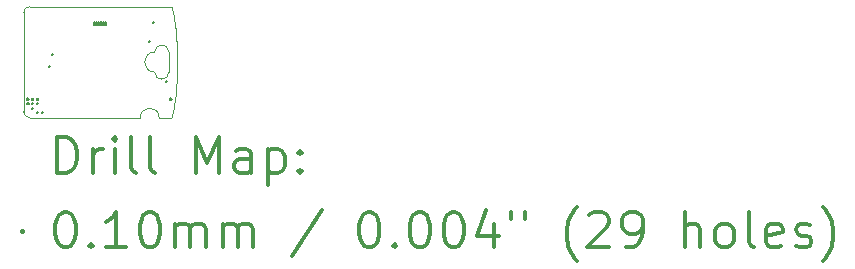
<source format=gbr>
%FSLAX45Y45*%
G04 Gerber Fmt 4.5, Leading zero omitted, Abs format (unit mm)*
G04 Created by KiCad (PCBNEW (5.0.1)-3) date 04/09/19 12:41:31*
%MOMM*%
%LPD*%
G01*
G04 APERTURE LIST*
%ADD10C,0.010000*%
%ADD11C,0.050000*%
%ADD12C,0.200000*%
%ADD13C,0.300000*%
G04 APERTURE END LIST*
D10*
X2932500Y-2265000D02*
G75*
G02X2812500Y-2265000I-60000J0D01*
G01*
X2932500Y-2095000D02*
G75*
G03X2812500Y-2095000I-60000J0D01*
G01*
X2812500Y-2095000D02*
G75*
G03X2812500Y-2265000I0J-85000D01*
G01*
D11*
X2850000Y-2650000D02*
G75*
G03X2690000Y-2650000I-80000J0D01*
G01*
X2850000Y-2650000D02*
X2952500Y-2650000D01*
D10*
X2932500Y-2095000D02*
X2932500Y-2265000D01*
D11*
X1752500Y-1710000D02*
G75*
G03X1702500Y-1760000I0J-50000D01*
G01*
X1702500Y-2600000D02*
G75*
G03X1752500Y-2650000I50000J0D01*
G01*
X1702500Y-1760000D02*
X1702500Y-2600000D01*
X2952500Y-1710000D02*
X1752500Y-1710000D01*
X1752500Y-2650000D02*
X2690000Y-2650000D01*
X3002500Y-2180000D02*
X3002500Y-2167000D01*
X3002500Y-2167000D02*
X3002500Y-2153000D01*
X3002500Y-2153000D02*
X3002500Y-2140000D01*
X3002500Y-2140000D02*
X3002500Y-2126000D01*
X3002500Y-2126000D02*
X3001500Y-2113000D01*
X3001500Y-2113000D02*
X3001500Y-2099000D01*
X3001500Y-2099000D02*
X3001500Y-2086000D01*
X3001500Y-2086000D02*
X3000500Y-2073000D01*
X3000500Y-2073000D02*
X3000500Y-2059000D01*
X3000500Y-2059000D02*
X2999500Y-2046000D01*
X2999500Y-2046000D02*
X2998500Y-2033000D01*
X2998500Y-2033000D02*
X2998500Y-2020000D01*
X2998500Y-2020000D02*
X2997500Y-2007000D01*
X2997500Y-2007000D02*
X2996500Y-1995000D01*
X2996500Y-1995000D02*
X2995500Y-1982000D01*
X2995500Y-1982000D02*
X2994500Y-1970000D01*
X2994500Y-1970000D02*
X2993500Y-1957000D01*
X2993500Y-1957000D02*
X2992500Y-1945000D01*
X2992500Y-1945000D02*
X2991500Y-1933000D01*
X2991500Y-1933000D02*
X2990500Y-1921000D01*
X2990500Y-1921000D02*
X2989500Y-1909000D01*
X2989500Y-1909000D02*
X2988500Y-1897000D01*
X2988500Y-1897000D02*
X2986500Y-1886000D01*
X2986500Y-1886000D02*
X2985500Y-1874000D01*
X2985500Y-1874000D02*
X2984500Y-1863000D01*
X2984500Y-1863000D02*
X2982500Y-1852000D01*
X2982500Y-1852000D02*
X2981500Y-1842000D01*
X2981500Y-1842000D02*
X2979500Y-1831000D01*
X2979500Y-1831000D02*
X2978500Y-1821000D01*
X2978500Y-1821000D02*
X2976500Y-1811000D01*
X2976500Y-1811000D02*
X2974500Y-1801000D01*
X2974500Y-1801000D02*
X2973500Y-1791000D01*
X2973500Y-1791000D02*
X2971500Y-1782000D01*
X2971500Y-1782000D02*
X2969500Y-1772000D01*
X2969500Y-1772000D02*
X2967500Y-1764000D01*
X2967500Y-1764000D02*
X2965500Y-1755000D01*
X2965500Y-1755000D02*
X2964500Y-1746000D01*
X2964500Y-1746000D02*
X2962500Y-1738000D01*
X2962500Y-1738000D02*
X2960500Y-1730000D01*
X2960500Y-1730000D02*
X2958500Y-1723000D01*
X2958500Y-1723000D02*
X2955500Y-1715000D01*
X2955500Y-1715000D02*
X2952500Y-1710000D01*
X2952500Y-2650000D02*
X2955500Y-2645000D01*
X2955500Y-2645000D02*
X2958500Y-2637000D01*
X2958500Y-2637000D02*
X2960500Y-2630000D01*
X2960500Y-2630000D02*
X2962500Y-2622000D01*
X2962500Y-2622000D02*
X2964500Y-2614000D01*
X2964500Y-2614000D02*
X2965500Y-2605000D01*
X2965500Y-2605000D02*
X2967500Y-2596000D01*
X2967500Y-2596000D02*
X2969500Y-2588000D01*
X2969500Y-2588000D02*
X2971500Y-2578000D01*
X2971500Y-2578000D02*
X2973500Y-2569000D01*
X2973500Y-2569000D02*
X2974500Y-2559000D01*
X2974500Y-2559000D02*
X2976500Y-2549000D01*
X2976500Y-2549000D02*
X2978500Y-2539000D01*
X2978500Y-2539000D02*
X2979500Y-2529000D01*
X2979500Y-2529000D02*
X2981500Y-2518000D01*
X2981500Y-2518000D02*
X2982500Y-2508000D01*
X2982500Y-2508000D02*
X2984500Y-2497000D01*
X2984500Y-2497000D02*
X2985500Y-2486000D01*
X2985500Y-2486000D02*
X2986500Y-2474000D01*
X2986500Y-2474000D02*
X2988500Y-2463000D01*
X2988500Y-2463000D02*
X2989500Y-2451000D01*
X2989500Y-2451000D02*
X2990500Y-2439000D01*
X2990500Y-2439000D02*
X2991500Y-2427000D01*
X2991500Y-2427000D02*
X2992500Y-2415000D01*
X2992500Y-2415000D02*
X2993500Y-2403000D01*
X2993500Y-2403000D02*
X2994500Y-2390000D01*
X2994500Y-2390000D02*
X2995500Y-2378000D01*
X2995500Y-2378000D02*
X2996500Y-2365000D01*
X2996500Y-2365000D02*
X2997500Y-2353000D01*
X2997500Y-2353000D02*
X2998500Y-2340000D01*
X2998500Y-2340000D02*
X2998500Y-2327000D01*
X2998500Y-2327000D02*
X2999500Y-2314000D01*
X2999500Y-2314000D02*
X3000500Y-2301000D01*
X3000500Y-2301000D02*
X3000500Y-2287000D01*
X3000500Y-2287000D02*
X3001500Y-2274000D01*
X3001500Y-2274000D02*
X3001500Y-2261000D01*
X3001500Y-2261000D02*
X3001500Y-2247000D01*
X3001500Y-2247000D02*
X3002500Y-2234000D01*
X3002500Y-2234000D02*
X3002500Y-2220000D01*
X3002500Y-2220000D02*
X3002500Y-2207000D01*
X3002500Y-2207000D02*
X3002500Y-2193000D01*
X3002500Y-2193000D02*
X3002500Y-2180000D01*
D12*
X1735000Y-2487500D02*
X1745000Y-2497500D01*
X1745000Y-2487500D02*
X1735000Y-2497500D01*
X1735000Y-2527500D02*
X1745000Y-2537500D01*
X1745000Y-2527500D02*
X1735000Y-2537500D01*
X1775000Y-2487500D02*
X1785000Y-2497500D01*
X1785000Y-2487500D02*
X1775000Y-2497500D01*
X1775000Y-2527500D02*
X1785000Y-2537500D01*
X1785000Y-2527500D02*
X1775000Y-2537500D01*
X1775000Y-2567500D02*
X1785000Y-2577500D01*
X1785000Y-2567500D02*
X1775000Y-2577500D01*
X1815000Y-2487500D02*
X1825000Y-2497500D01*
X1825000Y-2487500D02*
X1815000Y-2497500D01*
X1815000Y-2527500D02*
X1825000Y-2537500D01*
X1825000Y-2527500D02*
X1815000Y-2537500D01*
X1815000Y-2602500D02*
X1825000Y-2612500D01*
X1825000Y-2602500D02*
X1815000Y-2612500D01*
X1855000Y-2602500D02*
X1865000Y-2612500D01*
X1865000Y-2602500D02*
X1855000Y-2612500D01*
X1915000Y-2210000D02*
X1925000Y-2220000D01*
X1925000Y-2210000D02*
X1915000Y-2220000D01*
X1942500Y-2112500D02*
X1952500Y-2122500D01*
X1952500Y-2112500D02*
X1942500Y-2122500D01*
X2300000Y-1837500D02*
X2310000Y-1847500D01*
X2310000Y-1837500D02*
X2300000Y-1847500D01*
X2300000Y-1852500D02*
X2310000Y-1862500D01*
X2310000Y-1852500D02*
X2300000Y-1862500D01*
X2315000Y-1837500D02*
X2325000Y-1847500D01*
X2325000Y-1837500D02*
X2315000Y-1847500D01*
X2315000Y-1852500D02*
X2325000Y-1862500D01*
X2325000Y-1852500D02*
X2315000Y-1862500D01*
X2330000Y-1837500D02*
X2340000Y-1847500D01*
X2340000Y-1837500D02*
X2330000Y-1847500D01*
X2330000Y-1852500D02*
X2340000Y-1862500D01*
X2340000Y-1852500D02*
X2330000Y-1862500D01*
X2345000Y-1837500D02*
X2355000Y-1847500D01*
X2355000Y-1837500D02*
X2345000Y-1847500D01*
X2345000Y-1852500D02*
X2355000Y-1862500D01*
X2355000Y-1852500D02*
X2345000Y-1862500D01*
X2360000Y-1837500D02*
X2370000Y-1847500D01*
X2370000Y-1837500D02*
X2360000Y-1847500D01*
X2360000Y-1852500D02*
X2370000Y-1862500D01*
X2370000Y-1852500D02*
X2360000Y-1862500D01*
X2375000Y-1837500D02*
X2385000Y-1847500D01*
X2385000Y-1837500D02*
X2375000Y-1847500D01*
X2375000Y-1852500D02*
X2385000Y-1862500D01*
X2385000Y-1852500D02*
X2375000Y-1862500D01*
X2390000Y-1837500D02*
X2400000Y-1847500D01*
X2400000Y-1837500D02*
X2390000Y-1847500D01*
X2390000Y-1852500D02*
X2400000Y-1862500D01*
X2400000Y-1852500D02*
X2390000Y-1862500D01*
X2765000Y-2002500D02*
X2775000Y-2012500D01*
X2775000Y-2002500D02*
X2765000Y-2012500D01*
X2800000Y-1840000D02*
X2810000Y-1850000D01*
X2810000Y-1840000D02*
X2800000Y-1850000D01*
X2910000Y-2342500D02*
X2920000Y-2352500D01*
X2920000Y-2342500D02*
X2910000Y-2352500D01*
X2945000Y-2487500D02*
X2955000Y-2497500D01*
X2955000Y-2487500D02*
X2945000Y-2497500D01*
D13*
X1986428Y-3118214D02*
X1986428Y-2818214D01*
X2057857Y-2818214D01*
X2100714Y-2832500D01*
X2129286Y-2861071D01*
X2143571Y-2889643D01*
X2157857Y-2946786D01*
X2157857Y-2989643D01*
X2143571Y-3046786D01*
X2129286Y-3075357D01*
X2100714Y-3103929D01*
X2057857Y-3118214D01*
X1986428Y-3118214D01*
X2286428Y-3118214D02*
X2286428Y-2918214D01*
X2286428Y-2975357D02*
X2300714Y-2946786D01*
X2315000Y-2932500D01*
X2343571Y-2918214D01*
X2372143Y-2918214D01*
X2472143Y-3118214D02*
X2472143Y-2918214D01*
X2472143Y-2818214D02*
X2457857Y-2832500D01*
X2472143Y-2846786D01*
X2486428Y-2832500D01*
X2472143Y-2818214D01*
X2472143Y-2846786D01*
X2657857Y-3118214D02*
X2629286Y-3103929D01*
X2615000Y-3075357D01*
X2615000Y-2818214D01*
X2815000Y-3118214D02*
X2786428Y-3103929D01*
X2772143Y-3075357D01*
X2772143Y-2818214D01*
X3157857Y-3118214D02*
X3157857Y-2818214D01*
X3257857Y-3032500D01*
X3357857Y-2818214D01*
X3357857Y-3118214D01*
X3629286Y-3118214D02*
X3629286Y-2961071D01*
X3615000Y-2932500D01*
X3586428Y-2918214D01*
X3529286Y-2918214D01*
X3500714Y-2932500D01*
X3629286Y-3103929D02*
X3600714Y-3118214D01*
X3529286Y-3118214D01*
X3500714Y-3103929D01*
X3486428Y-3075357D01*
X3486428Y-3046786D01*
X3500714Y-3018214D01*
X3529286Y-3003929D01*
X3600714Y-3003929D01*
X3629286Y-2989643D01*
X3772143Y-2918214D02*
X3772143Y-3218214D01*
X3772143Y-2932500D02*
X3800714Y-2918214D01*
X3857857Y-2918214D01*
X3886428Y-2932500D01*
X3900714Y-2946786D01*
X3915000Y-2975357D01*
X3915000Y-3061071D01*
X3900714Y-3089643D01*
X3886428Y-3103929D01*
X3857857Y-3118214D01*
X3800714Y-3118214D01*
X3772143Y-3103929D01*
X4043571Y-3089643D02*
X4057857Y-3103929D01*
X4043571Y-3118214D01*
X4029286Y-3103929D01*
X4043571Y-3089643D01*
X4043571Y-3118214D01*
X4043571Y-2932500D02*
X4057857Y-2946786D01*
X4043571Y-2961071D01*
X4029286Y-2946786D01*
X4043571Y-2932500D01*
X4043571Y-2961071D01*
X1690000Y-3607500D02*
X1700000Y-3617500D01*
X1700000Y-3607500D02*
X1690000Y-3617500D01*
X2043571Y-3448214D02*
X2072143Y-3448214D01*
X2100714Y-3462500D01*
X2115000Y-3476786D01*
X2129286Y-3505357D01*
X2143571Y-3562500D01*
X2143571Y-3633929D01*
X2129286Y-3691071D01*
X2115000Y-3719643D01*
X2100714Y-3733929D01*
X2072143Y-3748214D01*
X2043571Y-3748214D01*
X2015000Y-3733929D01*
X2000714Y-3719643D01*
X1986428Y-3691071D01*
X1972143Y-3633929D01*
X1972143Y-3562500D01*
X1986428Y-3505357D01*
X2000714Y-3476786D01*
X2015000Y-3462500D01*
X2043571Y-3448214D01*
X2272143Y-3719643D02*
X2286428Y-3733929D01*
X2272143Y-3748214D01*
X2257857Y-3733929D01*
X2272143Y-3719643D01*
X2272143Y-3748214D01*
X2572143Y-3748214D02*
X2400714Y-3748214D01*
X2486428Y-3748214D02*
X2486428Y-3448214D01*
X2457857Y-3491071D01*
X2429286Y-3519643D01*
X2400714Y-3533929D01*
X2757857Y-3448214D02*
X2786428Y-3448214D01*
X2815000Y-3462500D01*
X2829286Y-3476786D01*
X2843571Y-3505357D01*
X2857857Y-3562500D01*
X2857857Y-3633929D01*
X2843571Y-3691071D01*
X2829286Y-3719643D01*
X2815000Y-3733929D01*
X2786428Y-3748214D01*
X2757857Y-3748214D01*
X2729286Y-3733929D01*
X2715000Y-3719643D01*
X2700714Y-3691071D01*
X2686428Y-3633929D01*
X2686428Y-3562500D01*
X2700714Y-3505357D01*
X2715000Y-3476786D01*
X2729286Y-3462500D01*
X2757857Y-3448214D01*
X2986428Y-3748214D02*
X2986428Y-3548214D01*
X2986428Y-3576786D02*
X3000714Y-3562500D01*
X3029286Y-3548214D01*
X3072143Y-3548214D01*
X3100714Y-3562500D01*
X3115000Y-3591071D01*
X3115000Y-3748214D01*
X3115000Y-3591071D02*
X3129286Y-3562500D01*
X3157857Y-3548214D01*
X3200714Y-3548214D01*
X3229286Y-3562500D01*
X3243571Y-3591071D01*
X3243571Y-3748214D01*
X3386428Y-3748214D02*
X3386428Y-3548214D01*
X3386428Y-3576786D02*
X3400714Y-3562500D01*
X3429286Y-3548214D01*
X3472143Y-3548214D01*
X3500714Y-3562500D01*
X3515000Y-3591071D01*
X3515000Y-3748214D01*
X3515000Y-3591071D02*
X3529286Y-3562500D01*
X3557857Y-3548214D01*
X3600714Y-3548214D01*
X3629286Y-3562500D01*
X3643571Y-3591071D01*
X3643571Y-3748214D01*
X4229286Y-3433929D02*
X3972143Y-3819643D01*
X4615000Y-3448214D02*
X4643571Y-3448214D01*
X4672143Y-3462500D01*
X4686428Y-3476786D01*
X4700714Y-3505357D01*
X4715000Y-3562500D01*
X4715000Y-3633929D01*
X4700714Y-3691071D01*
X4686428Y-3719643D01*
X4672143Y-3733929D01*
X4643571Y-3748214D01*
X4615000Y-3748214D01*
X4586428Y-3733929D01*
X4572143Y-3719643D01*
X4557857Y-3691071D01*
X4543571Y-3633929D01*
X4543571Y-3562500D01*
X4557857Y-3505357D01*
X4572143Y-3476786D01*
X4586428Y-3462500D01*
X4615000Y-3448214D01*
X4843571Y-3719643D02*
X4857857Y-3733929D01*
X4843571Y-3748214D01*
X4829286Y-3733929D01*
X4843571Y-3719643D01*
X4843571Y-3748214D01*
X5043571Y-3448214D02*
X5072143Y-3448214D01*
X5100714Y-3462500D01*
X5115000Y-3476786D01*
X5129286Y-3505357D01*
X5143571Y-3562500D01*
X5143571Y-3633929D01*
X5129286Y-3691071D01*
X5115000Y-3719643D01*
X5100714Y-3733929D01*
X5072143Y-3748214D01*
X5043571Y-3748214D01*
X5015000Y-3733929D01*
X5000714Y-3719643D01*
X4986428Y-3691071D01*
X4972143Y-3633929D01*
X4972143Y-3562500D01*
X4986428Y-3505357D01*
X5000714Y-3476786D01*
X5015000Y-3462500D01*
X5043571Y-3448214D01*
X5329286Y-3448214D02*
X5357857Y-3448214D01*
X5386428Y-3462500D01*
X5400714Y-3476786D01*
X5415000Y-3505357D01*
X5429286Y-3562500D01*
X5429286Y-3633929D01*
X5415000Y-3691071D01*
X5400714Y-3719643D01*
X5386428Y-3733929D01*
X5357857Y-3748214D01*
X5329286Y-3748214D01*
X5300714Y-3733929D01*
X5286428Y-3719643D01*
X5272143Y-3691071D01*
X5257857Y-3633929D01*
X5257857Y-3562500D01*
X5272143Y-3505357D01*
X5286428Y-3476786D01*
X5300714Y-3462500D01*
X5329286Y-3448214D01*
X5686428Y-3548214D02*
X5686428Y-3748214D01*
X5615000Y-3433929D02*
X5543571Y-3648214D01*
X5729286Y-3648214D01*
X5829286Y-3448214D02*
X5829286Y-3505357D01*
X5943571Y-3448214D02*
X5943571Y-3505357D01*
X6386428Y-3862500D02*
X6372143Y-3848214D01*
X6343571Y-3805357D01*
X6329286Y-3776786D01*
X6315000Y-3733929D01*
X6300714Y-3662500D01*
X6300714Y-3605357D01*
X6315000Y-3533929D01*
X6329286Y-3491071D01*
X6343571Y-3462500D01*
X6372143Y-3419643D01*
X6386428Y-3405357D01*
X6486428Y-3476786D02*
X6500714Y-3462500D01*
X6529286Y-3448214D01*
X6600714Y-3448214D01*
X6629286Y-3462500D01*
X6643571Y-3476786D01*
X6657857Y-3505357D01*
X6657857Y-3533929D01*
X6643571Y-3576786D01*
X6472143Y-3748214D01*
X6657857Y-3748214D01*
X6800714Y-3748214D02*
X6857857Y-3748214D01*
X6886428Y-3733929D01*
X6900714Y-3719643D01*
X6929286Y-3676786D01*
X6943571Y-3619643D01*
X6943571Y-3505357D01*
X6929286Y-3476786D01*
X6915000Y-3462500D01*
X6886428Y-3448214D01*
X6829286Y-3448214D01*
X6800714Y-3462500D01*
X6786428Y-3476786D01*
X6772143Y-3505357D01*
X6772143Y-3576786D01*
X6786428Y-3605357D01*
X6800714Y-3619643D01*
X6829286Y-3633929D01*
X6886428Y-3633929D01*
X6915000Y-3619643D01*
X6929286Y-3605357D01*
X6943571Y-3576786D01*
X7300714Y-3748214D02*
X7300714Y-3448214D01*
X7429286Y-3748214D02*
X7429286Y-3591071D01*
X7415000Y-3562500D01*
X7386428Y-3548214D01*
X7343571Y-3548214D01*
X7315000Y-3562500D01*
X7300714Y-3576786D01*
X7615000Y-3748214D02*
X7586428Y-3733929D01*
X7572143Y-3719643D01*
X7557857Y-3691071D01*
X7557857Y-3605357D01*
X7572143Y-3576786D01*
X7586428Y-3562500D01*
X7615000Y-3548214D01*
X7657857Y-3548214D01*
X7686428Y-3562500D01*
X7700714Y-3576786D01*
X7715000Y-3605357D01*
X7715000Y-3691071D01*
X7700714Y-3719643D01*
X7686428Y-3733929D01*
X7657857Y-3748214D01*
X7615000Y-3748214D01*
X7886428Y-3748214D02*
X7857857Y-3733929D01*
X7843571Y-3705357D01*
X7843571Y-3448214D01*
X8115000Y-3733929D02*
X8086428Y-3748214D01*
X8029286Y-3748214D01*
X8000714Y-3733929D01*
X7986428Y-3705357D01*
X7986428Y-3591071D01*
X8000714Y-3562500D01*
X8029286Y-3548214D01*
X8086428Y-3548214D01*
X8115000Y-3562500D01*
X8129286Y-3591071D01*
X8129286Y-3619643D01*
X7986428Y-3648214D01*
X8243571Y-3733929D02*
X8272143Y-3748214D01*
X8329286Y-3748214D01*
X8357857Y-3733929D01*
X8372143Y-3705357D01*
X8372143Y-3691071D01*
X8357857Y-3662500D01*
X8329286Y-3648214D01*
X8286428Y-3648214D01*
X8257857Y-3633929D01*
X8243571Y-3605357D01*
X8243571Y-3591071D01*
X8257857Y-3562500D01*
X8286428Y-3548214D01*
X8329286Y-3548214D01*
X8357857Y-3562500D01*
X8472143Y-3862500D02*
X8486428Y-3848214D01*
X8515000Y-3805357D01*
X8529286Y-3776786D01*
X8543571Y-3733929D01*
X8557857Y-3662500D01*
X8557857Y-3605357D01*
X8543571Y-3533929D01*
X8529286Y-3491071D01*
X8515000Y-3462500D01*
X8486428Y-3419643D01*
X8472143Y-3405357D01*
M02*

</source>
